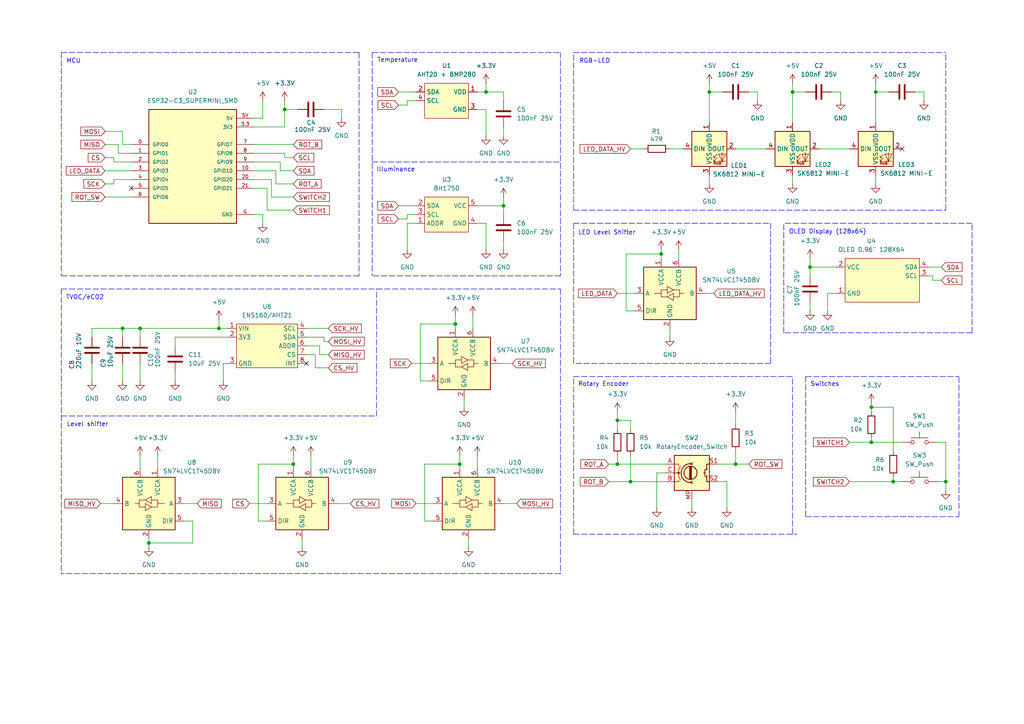
<source format=kicad_sch>
(kicad_sch (version 20250114) (generator "eeschema") (generator_version "9.0")
  (paper "A4")
  (title_block (title "ObsidianHub") (date "2025-10-24") (rev "1.0.0") (company "Marc Schöndorf"))
  (lib_symbols
    (symbol "CustomLib:BH1750"
      (property "Reference" "U" (at 0.508 11.176 0))
      (property "Value" "BH1750" (at 0 0 0))
      (symbol "BH1750_1_1"
        (pin bidirectional line (at -2.54 7.62 0) (length 2.54) (name "SDA") (number "2"))
        (pin input line (at -2.54 5.08 0) (length 2.54) (name "SCL") (number "3"))
        (pin input line (at -2.54 2.54 0) (length 2.54) (name "ADDR") (number "1"))
        (pin power_in line (at 15.24 7.62 180) (length 2.54) (name "VCC") (number "5"))
        (pin power_out line (at 15.24 2.54 180) (length 2.54) (name "GND") (number "4"))
      )
    )
    (symbol "CustomLib:ENS160/AHT21_Module"
      (property "Reference" "U" (at -8.382 7.366 0))
      (property "Value" "ENS160/AHT21_Module" (at 0 0 0))
      (symbol "ENS160/AHT21_Module_1_1"
        (pin power_in line (at -11.43 5.08 0) (length 2.54) (name "VIN") (number "1"))
        (pin power_out line (at -11.43 2.54 0) (length 2.54) (name "3V3") (number "2"))
        (pin power_in line (at -11.43 -5.08 0) (length 2.54) (name "GND") (number "3"))
        (pin input line (at 11.43 5.08 180) (length 2.54) (name "SCL") (number "4"))
        (pin input line (at 11.43 2.54 180) (length 2.54) (name "SDA") (number "5"))
        (pin input line (at 11.43 0 180) (length 2.54) (name "ADDR") (number "6"))
        (pin input line (at 11.43 -2.54 180) (length 2.54) (name "CS") (number "7"))
        (pin output line (at 11.43 -5.08 180) (length 2.54) (name "INT") (number "8"))
      )
    )
    (symbol "CustomLib:MODULE_AHT20_BMP280"
      (property "Reference" "U" (at 0.508 11.176 0))
      (property "Value" "AHT20 + BMP280" (at 5.08 5.08 0))
      (symbol "MODULE_AHT20_BMP280_1_1"
        (pin bidirectional line (at -2.54 7.62 0) (length 2.54) (name "SDA") (number "2"))
        (pin input line (at -2.54 5.08 0) (length 2.54) (name "SCL") (number "4"))
        (pin power_in line (at 15.24 7.62 180) (length 2.54) (name "VDD") (number "1"))
        (pin power_in line (at 15.24 2.54 180) (length 2.54) (name "GND") (number "3"))
      )
    )
    (symbol "CustomLib:OLED_0.96{dblquote}_128x64"
      (property "Reference" "U" (at 10.668 3.81 0))
      (property "Value" "OLED 0.96\" 128X64" (at 10.668 1.778 0))
      (symbol "OLED_0.96{dblquote}_128x64_1_1"
        (pin power_in line (at -2.54 -2.54 0) (length 2.54) (name "VCC") (number "2"))
        (pin power_in line (at -2.54 -10.16 0) (length 2.54) (name "GND") (number "1"))
        (pin input line (at 24.13 -2.54 180) (length 2.54) (name "SDA") (number "4"))
        (pin input line (at 24.13 -5.08 180) (length 2.54) (name "SCL") (number "3"))
      )
    )
    (symbol "CustomLib:SK6812_MINI_E_Cutout"
      (property "Reference" "LED" (at 8.636 8.89 0))
      (property "Value" "SK6812 MINI-E" (at 8.89 6.604 0))
      (symbol "SK6812_MINI_E_Cutout_0_0"
        (text "RGB" (at 2.286 -4.191 0) (effects (font (size 0.762 0.762))))
      )
      (symbol "SK6812_MINI_E_Cutout_1_1"
        (pin input line (at -7.62 0 0) (length 2.54) (name "DIN") (number "4"))
        (pin power_in line (at 0 7.62 270) (length 2.54) (name "VDD") (number "1"))
        (pin power_in line (at 0 -7.62 90) (length 2.54) (name "VSS") (number "3"))
        (pin output line (at 7.62 0 180) (length 2.54) (name "DOUT") (number "2"))
      )
    )
    (symbol "Device:C" (pin_numbers (hide yes)) (pin_names (offset 0.254))
      (property "Reference" "C" (at 0.635 2.54 0))
      (property "Value" "C" (at 0.635 -2.54 0))
      (symbol "C_1_1"
        (pin passive line (at 0 3.81 270) (length 2.794) (name "~") (number "1"))
        (pin passive line (at 0 -3.81 90) (length 2.794) (name "~") (number "2"))
      )
    )
    (symbol "Device:R" (pin_numbers (hide yes)) (pin_names (offset 0))
      (property "Reference" "R" (at 2.032 0 90))
      (property "Value" "R" (at 0 0 90))
      (symbol "R_1_1"
        (pin passive line (at 0 3.81 270) (length 1.27) (name "~") (number "1"))
        (pin passive line (at 0 -3.81 90) (length 1.27) (name "~") (number "2"))
      )
    )
    (symbol "Device:RotaryEncoder_Switch_MP" (pin_names (offset 0.254) (hide yes))
      (property "Reference" "SW" (at 0 8.89 0))
      (property "Value" "RotaryEncoder_Switch_MP" (at 0 6.35 0))
      (symbol "RotaryEncoder_Switch_MP_1_1"
        (pin passive line (at -7.62 2.54 0) (length 2.54) (name "A") (number "A"))
        (pin passive line (at -7.62 0 0) (length 2.54) (name "C") (number "C"))
        (pin passive line (at -7.62 -2.54 0) (length 2.54) (name "B") (number "B"))
        (pin passive line (at 0 -7.62 90) (length 2.54) (name "MP") (number "MP"))
        (pin passive line (at 7.62 2.54 180) (length 2.54) (name "S1") (number "S1"))
        (pin passive line (at 7.62 -2.54 180) (length 2.54) (name "S2") (number "S2"))
      )
    )
    (symbol "ESP32-C3_SUPERMINI_SMD:ESP32-C3_SUPERMINI_SMD" (pin_names (offset 1.016))
      (property "Reference" "U" (at -12.7 16.002 0))
      (property "Value" "ESP32-C3_SUPERMINI_SMD" (at -12.7 -20.32 0))
      (symbol "ESP32-C3_SUPERMINI_SMD_0_0"
        (pin bidirectional line (at -17.78 5.08 0) (length 5.08) (name "GPIO0") (number "0"))
        (pin bidirectional line (at -17.78 2.54 0) (length 5.08) (name "GPIO1") (number "1"))
        (pin bidirectional line (at -17.78 0 0) (length 5.08) (name "GPIO2") (number "2"))
        (pin bidirectional line (at -17.78 -2.54 0) (length 5.08) (name "GPIO3") (number "3"))
        (pin bidirectional line (at -17.78 -5.08 0) (length 5.08) (name "GPIO4") (number "4"))
        (pin bidirectional line (at -17.78 -7.62 0) (length 5.08) (name "GPIO5") (number "5"))
        (pin bidirectional line (at -17.78 -10.16 0) (length 5.08) (name "GPIO6") (number "6"))
        (pin power_in line (at 17.78 12.7 180) (length 5.08) (name "5V") (number "5V"))
        (pin power_in line (at 17.78 10.16 180) (length 5.08) (name "3V3") (number "3.3"))
        (pin bidirectional line (at 17.78 5.08 180) (length 5.08) (name "GPIO7") (number "7"))
        (pin bidirectional line (at 17.78 2.54 180) (length 5.08) (name "GPIO8") (number "8"))
        (pin bidirectional line (at 17.78 0 180) (length 5.08) (name "GPIO9") (number "9"))
        (pin bidirectional line (at 17.78 -2.54 180) (length 5.08) (name "GPIO10") (number "10"))
        (pin bidirectional line (at 17.78 -5.08 180) (length 5.08) (name "GPIO20") (number "20"))
        (pin bidirectional line (at 17.78 -7.62 180) (length 5.08) (name "GPIO21") (number "21"))
        (pin power_in line (at 17.78 -15.24 180) (length 5.08) (name "GND") (number "G"))
      )
    )
    (symbol "Logic_LevelTranslator:SN74LVC1T45DBV"
      (property "Reference" "U" (at -6.35 8.89 0))
      (property "Value" "SN74LVC1T45DBV" (at 3.81 8.89 0))
      (symbol "SN74LVC1T45DBV_1_1"
        (pin bidirectional line (at -10.16 0 0) (length 2.54) (name "A") (number "3"))
        (pin input line (at -10.16 -5.08 0) (length 2.54) (name "DIR") (number "5"))
        (pin power_in line (at -2.54 10.16 270) (length 2.54) (name "VCCA") (number "1"))
        (pin power_in line (at 0 -10.16 90) (length 2.54) (name "GND") (number "2"))
        (pin power_in line (at 2.54 10.16 270) (length 2.54) (name "VCCB") (number "6"))
        (pin bidirectional line (at 10.16 0 180) (length 2.54) (name "B") (number "4"))
      )
    )
    (symbol "Switch:SW_Push" (pin_numbers (hide yes)) (pin_names (offset 1.016) (hide yes))
      (property "Reference" "SW" (at 1.27 2.54 0))
      (property "Value" "SW_Push" (at 0 -1.524 0))
      (symbol "SW_Push_0_1"
        (pin passive line (at -5.08 0 0) (length 2.54) (name "1") (number "1"))
        (pin passive line (at 5.08 0 180) (length 2.54) (name "2") (number "2"))
      )
    )
    (symbol "power:+3.3V" (power) (pin_numbers (hide yes)) (pin_names (offset 0) (hide yes))
      (property "Value" "+3.3V" (at 0 3.556 0))
      (symbol "+3.3V_1_1"
        (pin power_in line (at 0 0 90) (length 0) (name "~") (number "1"))
      )
    )
    (symbol "power:+5V" (power) (pin_numbers (hide yes)) (pin_names (offset 0) (hide yes))
      (property "Value" "+5V" (at 0 3.556 0))
      (symbol "+5V_1_1"
        (pin power_in line (at 0 0 90) (length 0) (name "~") (number "1"))
      )
    )
    (symbol "power:GND" (power) (pin_numbers (hide yes)) (pin_names (offset 0) (hide yes))
      (property "Value" "GND" (at 0 -3.81 0))
      (symbol "GND_1_1"
        (pin power_in line (at 0 0 270) (length 0) (name "~") (number "1"))
      )
    )
  )
  (text "RGB-LED" (at 172.466 17.78 0) (effects (font (size 1.27 1.27))))
  (text "Temperature" (at 115.316 17.526 0) (effects (font (size 1.27 1.27))))
  (text "Illuminance" (at 114.808 49.276 0) (effects (font (size 1.27 1.27))))
  (text "TVOC/eCO2" (at 24.638 86.36 0) (effects (font (size 1.27 1.27))))
  (text "Rotary Encoder" (at 175.006 111.506 0) (effects (font (size 1.27 1.27))))
  (text "MCU" (at 21.336 17.78 0) (effects (font (size 1.27 1.27))))
  (text "Switches" (at 239.268 111.506 0) (effects (font (size 1.27 1.27))))
  (text "Level shifter" (at 25.4 123.19 0) (effects (font (size 1.27 1.27))))
  (text "LED Level Shifter" (at 176.022 67.564 0) (effects (font (size 1.27 1.27))))
  (text "OLED Display (128x64)" (at 240.03 67.31 0) (effects (font (size 1.27 1.27))))
  (junction (at 254 26.67))
  (junction (at 179.07 121.92))
  (junction (at 252.73 128.27))
  (junction (at 63.5 95.25))
  (junction (at 35.56 95.25))
  (junction (at 234.95 77.47))
  (junction (at 213.36 134.62))
  (junction (at 132.08 93.98))
  (junction (at 140.97 26.67))
  (junction (at 274.32 139.7))
  (junction (at 259.08 139.7))
  (junction (at 85.09 134.62))
  (junction (at 191.77 73.66))
  (junction (at 146.05 59.69))
  (junction (at 252.73 118.11))
  (junction (at 229.87 26.67))
  (junction (at 43.18 157.48))
  (junction (at 205.74 26.67))
  (junction (at 82.55 31.75))
  (junction (at 179.07 134.62))
  (junction (at 40.64 95.25))
  (junction (at 182.88 139.7))
  (junction (at 133.35 134.62))
  (no_connect (at 38.1 54.61))
  (no_connect (at 88.9 105.41))
  (no_connect (at 261.62 43.18))
  (wire (pts (xy 269.24 80.01) (xy 270.51 80.01)))
  (wire (pts (xy 252.73 118.11) (xy 252.73 119.38)))
  (wire (pts (xy 88.9 100.33) (xy 92.71 100.33)))
  (wire (pts (xy 33.02 46.99) (xy 38.1 46.99)))
  (wire (pts (xy 234.95 74.93) (xy 234.95 77.47)))
  (wire (pts (xy 99.06 31.75) (xy 99.06 34.29)))
  (wire (pts (xy 30.48 45.72) (xy 33.02 45.72)))
  (polyline (pts (xy 166.37 154.94) (xy 166.37 109.22)) (stroke (width 0) (type dash)))
  (wire (pts (xy 40.64 132.08) (xy 40.64 135.89)))
  (wire (pts (xy 242.57 77.47) (xy 234.95 77.47)))
  (wire (pts (xy 77.47 146.05) (xy 72.39 146.05)))
  (polyline (pts (xy 162.56 80.01) (xy 107.95 80.01)) (stroke (width 0) (type dash)))
  (polyline (pts (xy 281.94 96.52) (xy 281.94 64.77)) (stroke (width 0) (type dash)))
  (wire (pts (xy 78.74 52.07) (xy 78.74 57.15)))
  (wire (pts (xy 274.32 128.27) (xy 274.32 139.7)))
  (wire (pts (xy 30.48 38.1) (xy 35.56 38.1)))
  (polyline (pts (xy 17.78 83.82) (xy 162.56 83.82)) (stroke (width 0) (type dash)))
  (wire (pts (xy 34.29 41.91) (xy 34.29 44.45)))
  (wire (pts (xy 270.51 80.01) (xy 270.51 81.28)))
  (wire (pts (xy 194.31 95.25) (xy 194.31 97.79)))
  (polyline (pts (xy 166.37 60.96) (xy 166.37 15.24)) (stroke (width 0) (type dash)))
  (wire (pts (xy 267.97 26.67) (xy 267.97 29.21)))
  (wire (pts (xy 33.02 45.72) (xy 33.02 46.99)))
  (wire (pts (xy 191.77 72.39) (xy 191.77 73.66)))
  (polyline (pts (xy 162.56 166.37) (xy 17.78 166.37)) (stroke (width 0) (type dash)))
  (wire (pts (xy 88.9 97.79) (xy 93.98 97.79)))
  (wire (pts (xy 33.02 52.07) (xy 38.1 52.07)))
  (wire (pts (xy 40.64 95.25) (xy 35.56 95.25)))
  (wire (pts (xy 132.08 93.98) (xy 132.08 95.25)))
  (wire (pts (xy 118.11 29.21) (xy 118.11 30.48)))
  (wire (pts (xy 35.56 105.41) (xy 35.56 110.49)))
  (polyline (pts (xy 281.94 96.52) (xy 227.33 96.52)) (stroke (width 0) (type dash)))
  (polyline (pts (xy 227.33 96.52) (xy 227.33 64.77)) (stroke (width 0) (type dash)))
  (wire (pts (xy 182.88 43.18) (xy 186.69 43.18)))
  (wire (pts (xy 124.46 105.41) (xy 119.38 105.41)))
  (wire (pts (xy 30.48 41.91) (xy 34.29 41.91)))
  (polyline (pts (xy 109.22 120.65) (xy 109.22 83.82)) (stroke (width 0) (type dash)))
  (wire (pts (xy 123.19 151.13) (xy 123.19 134.62)))
  (wire (pts (xy 66.04 105.41) (xy 64.77 105.41)))
  (polyline (pts (xy 162.56 83.82) (xy 162.56 166.37)) (stroke (width 0) (type dash)))
  (wire (pts (xy 78.74 57.15) (xy 85.09 57.15)))
  (polyline (pts (xy 17.78 15.24) (xy 104.14 15.24)) (stroke (width 0) (type dash)))
  (wire (pts (xy 146.05 26.67) (xy 140.97 26.67)))
  (wire (pts (xy 73.66 44.45) (xy 82.55 44.45)))
  (wire (pts (xy 259.08 118.11) (xy 259.08 130.81)))
  (wire (pts (xy 138.43 64.77) (xy 140.97 64.77)))
  (polyline (pts (xy 229.87 154.94) (xy 229.87 109.22)) (stroke (width 0) (type dash)))
  (wire (pts (xy 179.07 85.09) (xy 184.15 85.09)))
  (wire (pts (xy 241.3 26.67) (xy 243.84 26.67)))
  (wire (pts (xy 210.82 139.7) (xy 210.82 147.32)))
  (polyline (pts (xy 104.14 15.24) (xy 104.14 80.01)) (stroke (width 0) (type dash)))
  (wire (pts (xy 125.73 146.05) (xy 120.65 146.05)))
  (polyline (pts (xy 107.95 15.24) (xy 107.95 80.01)) (stroke (width 0) (type dash)))
  (wire (pts (xy 191.77 73.66) (xy 191.77 74.93)))
  (wire (pts (xy 243.84 26.67) (xy 243.84 29.21)))
  (polyline (pts (xy 166.37 109.22) (xy 229.87 109.22)) (stroke (width 0) (type dash)))
  (wire (pts (xy 274.32 139.7) (xy 274.32 142.24)))
  (wire (pts (xy 55.88 157.48) (xy 43.18 157.48)))
  (polyline (pts (xy 166.37 64.77) (xy 166.37 105.41)) (stroke (width 0) (type dash)))
  (wire (pts (xy 271.78 128.27) (xy 274.32 128.27)))
  (wire (pts (xy 73.66 46.99) (xy 81.28 46.99)))
  (wire (pts (xy 259.08 139.7) (xy 261.62 139.7)))
  (wire (pts (xy 50.8 107.95) (xy 50.8 110.49)))
  (wire (pts (xy 120.65 29.21) (xy 118.11 29.21)))
  (wire (pts (xy 85.09 132.08) (xy 85.09 134.62)))
  (wire (pts (xy 82.55 29.21) (xy 82.55 31.75)))
  (wire (pts (xy 29.21 146.05) (xy 33.02 146.05)))
  (wire (pts (xy 101.6 146.05) (xy 97.79 146.05)))
  (wire (pts (xy 73.66 34.29) (xy 76.2 34.29)))
  (wire (pts (xy 91.44 102.87) (xy 91.44 106.68)))
  (wire (pts (xy 179.07 132.08) (xy 179.07 134.62)))
  (wire (pts (xy 179.07 134.62) (xy 193.04 134.62)))
  (wire (pts (xy 118.11 64.77) (xy 120.65 64.77)))
  (wire (pts (xy 135.89 156.21) (xy 135.89 158.75)))
  (wire (pts (xy 182.88 121.92) (xy 179.07 121.92)))
  (wire (pts (xy 184.15 90.17) (xy 181.61 90.17)))
  (polyline (pts (xy 17.78 120.65) (xy 109.22 120.65)) (stroke (width 0) (type dash)))
  (wire (pts (xy 35.56 41.91) (xy 38.1 41.91)))
  (wire (pts (xy 252.73 118.11) (xy 259.08 118.11)))
  (wire (pts (xy 208.28 139.7) (xy 210.82 139.7)))
  (wire (pts (xy 140.97 24.13) (xy 140.97 26.67)))
  (wire (pts (xy 252.73 116.84) (xy 252.73 118.11)))
  (wire (pts (xy 121.92 110.49) (xy 121.92 93.98)))
  (wire (pts (xy 179.07 121.92) (xy 179.07 124.46)))
  (wire (pts (xy 66.04 95.25) (xy 63.5 95.25)))
  (wire (pts (xy 254 24.13) (xy 254 26.67)))
  (wire (pts (xy 146.05 69.85) (xy 146.05 72.39)))
  (wire (pts (xy 146.05 36.83) (xy 146.05 39.37)))
  (wire (pts (xy 120.65 62.23) (xy 118.11 62.23)))
  (wire (pts (xy 92.71 100.33) (xy 92.71 102.87)))
  (wire (pts (xy 87.63 156.21) (xy 87.63 158.75)))
  (wire (pts (xy 43.18 156.21) (xy 43.18 157.48)))
  (wire (pts (xy 76.2 62.23) (xy 76.2 64.77)))
  (wire (pts (xy 30.48 49.53) (xy 38.1 49.53)))
  (polyline (pts (xy 166.37 154.94) (xy 231.14 154.94)) (stroke (width 0) (type dash)))
  (wire (pts (xy 118.11 72.39) (xy 118.11 64.77)))
  (wire (pts (xy 53.34 151.13) (xy 55.88 151.13)))
  (polyline (pts (xy 233.68 109.22) (xy 278.13 109.22)) (stroke (width 0) (type dash)))
  (wire (pts (xy 40.64 105.41) (xy 40.64 110.49)))
  (wire (pts (xy 176.53 139.7) (xy 182.88 139.7)))
  (wire (pts (xy 93.98 99.06) (xy 95.25 99.06)))
  (wire (pts (xy 137.16 91.44) (xy 137.16 95.25)))
  (polyline (pts (xy 17.78 15.24) (xy 17.78 80.01)) (stroke (width 0) (type dash)))
  (wire (pts (xy 138.43 132.08) (xy 138.43 135.89)))
  (wire (pts (xy 74.93 134.62) (xy 85.09 134.62)))
  (wire (pts (xy 118.11 62.23) (xy 118.11 63.5)))
  (polyline (pts (xy 281.94 64.77) (xy 227.33 64.77)) (stroke (width 0) (type dash)))
  (wire (pts (xy 213.36 119.38) (xy 213.36 123.19)))
  (polyline (pts (xy 274.32 60.96) (xy 274.32 15.24)) (stroke (width 0) (type dash)))
  (wire (pts (xy 80.01 53.34) (xy 85.09 53.34)))
  (wire (pts (xy 140.97 31.75) (xy 140.97 39.37)))
  (wire (pts (xy 182.88 139.7) (xy 193.04 139.7)))
  (wire (pts (xy 26.67 97.79) (xy 26.67 95.25)))
  (wire (pts (xy 217.17 26.67) (xy 219.71 26.67)))
  (wire (pts (xy 229.87 26.67) (xy 229.87 35.56)))
  (wire (pts (xy 254 26.67) (xy 254 35.56)))
  (wire (pts (xy 270.51 81.28) (xy 273.05 81.28)))
  (wire (pts (xy 45.72 132.08) (xy 45.72 135.89)))
  (wire (pts (xy 26.67 105.41) (xy 26.67 110.49)))
  (wire (pts (xy 148.59 105.41) (xy 144.78 105.41)))
  (wire (pts (xy 219.71 26.67) (xy 219.71 29.21)))
  (wire (pts (xy 93.98 97.79) (xy 93.98 99.06)))
  (wire (pts (xy 73.66 54.61) (xy 77.47 54.61)))
  (wire (pts (xy 64.77 105.41) (xy 64.77 110.49)))
  (polyline (pts (xy 166.37 64.77) (xy 223.52 64.77)) (stroke (width 0) (type dash)))
  (wire (pts (xy 81.28 49.53) (xy 85.09 49.53)))
  (wire (pts (xy 269.24 77.47) (xy 273.05 77.47)))
  (wire (pts (xy 182.88 124.46) (xy 182.88 121.92)))
  (wire (pts (xy 146.05 29.21) (xy 146.05 26.67)))
  (polyline (pts (xy 17.78 83.82) (xy 17.78 166.37)) (stroke (width 0) (type dash)))
  (wire (pts (xy 92.71 102.87) (xy 95.25 102.87)))
  (wire (pts (xy 82.55 31.75) (xy 82.55 36.83)))
  (wire (pts (xy 121.92 93.98) (xy 132.08 93.98)))
  (wire (pts (xy 196.85 72.39) (xy 196.85 74.93)))
  (wire (pts (xy 213.36 43.18) (xy 222.25 43.18)))
  (wire (pts (xy 74.93 151.13) (xy 74.93 134.62)))
  (polyline (pts (xy 166.37 60.96) (xy 274.32 60.96)) (stroke (width 0) (type dash)))
  (wire (pts (xy 205.74 24.13) (xy 205.74 26.67)))
  (wire (pts (xy 73.66 52.07) (xy 78.74 52.07)))
  (wire (pts (xy 271.78 139.7) (xy 274.32 139.7)))
  (wire (pts (xy 73.66 62.23) (xy 76.2 62.23)))
  (wire (pts (xy 50.8 97.79) (xy 50.8 100.33)))
  (polyline (pts (xy 107.95 15.24) (xy 162.56 15.24)) (stroke (width 0) (type dash)))
  (wire (pts (xy 252.73 127) (xy 252.73 128.27)))
  (wire (pts (xy 213.36 134.62) (xy 217.17 134.62)))
  (wire (pts (xy 213.36 130.81) (xy 213.36 134.62)))
  (wire (pts (xy 194.31 43.18) (xy 198.12 43.18)))
  (wire (pts (xy 176.53 134.62) (xy 179.07 134.62)))
  (wire (pts (xy 240.03 85.09) (xy 240.03 90.17)))
  (wire (pts (xy 200.66 144.78) (xy 200.66 147.32)))
  (wire (pts (xy 146.05 62.23) (xy 146.05 59.69)))
  (polyline (pts (xy 233.68 149.86) (xy 278.13 149.86)) (stroke (width 0) (type dash)))
  (wire (pts (xy 115.57 63.5) (xy 118.11 63.5)))
  (wire (pts (xy 115.57 59.69) (xy 120.65 59.69)))
  (wire (pts (xy 76.2 29.21) (xy 76.2 34.29)))
  (wire (pts (xy 229.87 24.13) (xy 229.87 26.67)))
  (wire (pts (xy 138.43 59.69) (xy 146.05 59.69)))
  (wire (pts (xy 242.57 85.09) (xy 240.03 85.09)))
  (wire (pts (xy 88.9 95.25) (xy 95.25 95.25)))
  (wire (pts (xy 181.61 73.66) (xy 191.77 73.66)))
  (wire (pts (xy 82.55 44.45) (xy 82.55 45.72)))
  (wire (pts (xy 93.98 31.75) (xy 99.06 31.75)))
  (wire (pts (xy 133.35 132.08) (xy 133.35 134.62)))
  (wire (pts (xy 55.88 151.13) (xy 55.88 157.48)))
  (wire (pts (xy 246.38 128.27) (xy 252.73 128.27)))
  (polyline (pts (xy 107.95 46.99) (xy 162.56 46.99)) (stroke (width 0) (type dash)))
  (wire (pts (xy 125.73 151.13) (xy 123.19 151.13)))
  (wire (pts (xy 88.9 102.87) (xy 91.44 102.87)))
  (wire (pts (xy 91.44 106.68) (xy 95.25 106.68)))
  (wire (pts (xy 259.08 138.43) (xy 259.08 139.7)))
  (wire (pts (xy 252.73 128.27) (xy 261.62 128.27)))
  (polyline (pts (xy 278.13 149.86) (xy 278.13 109.22)) (stroke (width 0) (type dash)))
  (wire (pts (xy 182.88 132.08) (xy 182.88 139.7)))
  (wire (pts (xy 90.17 132.08) (xy 90.17 135.89)))
  (wire (pts (xy 229.87 50.8) (xy 229.87 53.34)))
  (wire (pts (xy 35.56 95.25) (xy 35.56 97.79)))
  (wire (pts (xy 208.28 134.62) (xy 213.36 134.62)))
  (wire (pts (xy 146.05 59.69) (xy 146.05 57.15)))
  (wire (pts (xy 123.19 134.62) (xy 133.35 134.62)))
  (wire (pts (xy 190.5 137.16) (xy 190.5 147.32)))
  (polyline (pts (xy 162.56 15.24) (xy 162.56 80.01)) (stroke (width 0) (type dash)))
  (wire (pts (xy 134.62 115.57) (xy 134.62 118.11)))
  (wire (pts (xy 30.48 53.34) (xy 33.02 53.34)))
  (wire (pts (xy 53.34 146.05) (xy 57.15 146.05)))
  (wire (pts (xy 63.5 92.71) (xy 63.5 95.25)))
  (wire (pts (xy 115.57 26.67) (xy 120.65 26.67)))
  (wire (pts (xy 133.35 134.62) (xy 133.35 135.89)))
  (wire (pts (xy 43.18 157.48) (xy 43.18 158.75)))
  (polyline (pts (xy 223.52 105.41) (xy 166.37 105.41)) (stroke (width 0) (type dash)))
  (wire (pts (xy 73.66 36.83) (xy 82.55 36.83)))
  (wire (pts (xy 80.01 49.53) (xy 80.01 53.34)))
  (wire (pts (xy 205.74 26.67) (xy 205.74 35.56)))
  (wire (pts (xy 234.95 77.47) (xy 234.95 80.01)))
  (polyline (pts (xy 223.52 64.77) (xy 223.52 105.41)) (stroke (width 0) (type dash)))
  (wire (pts (xy 73.66 41.91) (xy 85.09 41.91)))
  (wire (pts (xy 26.67 95.25) (xy 35.56 95.25)))
  (wire (pts (xy 254 50.8) (xy 254 53.34)))
  (wire (pts (xy 179.07 119.38) (xy 179.07 121.92)))
  (wire (pts (xy 140.97 64.77) (xy 140.97 72.39)))
  (polyline (pts (xy 233.68 109.22) (xy 233.68 149.86)) (stroke (width 0) (type dash)))
  (wire (pts (xy 66.04 97.79) (xy 50.8 97.79)))
  (wire (pts (xy 35.56 38.1) (xy 35.56 41.91)))
  (wire (pts (xy 63.5 95.25) (xy 40.64 95.25)))
  (wire (pts (xy 204.47 85.09) (xy 207.01 85.09)))
  (wire (pts (xy 149.86 146.05) (xy 146.05 146.05)))
  (polyline (pts (xy 104.14 80.01) (xy 17.78 80.01)) (stroke (width 0) (type dash)))
  (wire (pts (xy 181.61 90.17) (xy 181.61 73.66)))
  (wire (pts (xy 34.29 44.45) (xy 38.1 44.45)))
  (wire (pts (xy 33.02 53.34) (xy 33.02 52.07)))
  (wire (pts (xy 205.74 50.8) (xy 205.74 53.34)))
  (wire (pts (xy 138.43 31.75) (xy 140.97 31.75)))
  (wire (pts (xy 246.38 139.7) (xy 259.08 139.7)))
  (wire (pts (xy 209.55 26.67) (xy 205.74 26.67)))
  (wire (pts (xy 237.49 43.18) (xy 246.38 43.18)))
  (wire (pts (xy 265.43 26.67) (xy 267.97 26.67)))
  (wire (pts (xy 30.48 57.15) (xy 38.1 57.15)))
  (wire (pts (xy 234.95 87.63) (xy 234.95 90.17)))
  (wire (pts (xy 81.28 46.99) (xy 81.28 49.53)))
  (wire (pts (xy 82.55 31.75) (xy 86.36 31.75)))
  (polyline (pts (xy 166.37 15.24) (xy 274.32 15.24)) (stroke (width 0) (type dash)))
  (wire (pts (xy 257.81 26.67) (xy 254 26.67)))
  (wire (pts (xy 233.68 26.67) (xy 229.87 26.67)))
  (wire (pts (xy 82.55 45.72) (xy 85.09 45.72)))
  (wire (pts (xy 40.64 95.25) (xy 40.64 97.79)))
  (wire (pts (xy 77.47 54.61) (xy 77.47 60.96)))
  (wire (pts (xy 132.08 91.44) (xy 132.08 93.98)))
  (wire (pts (xy 193.04 137.16) (xy 190.5 137.16)))
  (wire (pts (xy 73.66 49.53) (xy 80.01 49.53)))
  (wire (pts (xy 77.47 60.96) (xy 85.09 60.96)))
  (wire (pts (xy 85.09 134.62) (xy 85.09 135.89)))
  (wire (pts (xy 124.46 110.49) (xy 121.92 110.49)))
  (wire (pts (xy 138.43 26.67) (xy 140.97 26.67)))
  (wire (pts (xy 77.47 151.13) (xy 74.93 151.13)))
  (wire (pts (xy 115.57 30.48) (xy 118.11 30.48)))
  (global_label "ROT_SW" (shape input) (at 30.48 57.15 180) (property "Intersheetrefs" "${INTERSHEET_REFS}" (effects (hide yes))))
  (global_label "SDA" (shape input) (at 273.05 77.47 0) (property "Intersheetrefs" "${INTERSHEET_REFS}" (effects (hide yes))))
  (global_label "SCK" (shape input) (at 119.38 105.41 180) (property "Intersheetrefs" "${INTERSHEET_REFS}" (effects (hide yes))))
  (global_label "SWITCH2" (shape input) (at 85.09 57.15 0) (property "Intersheetrefs" "${INTERSHEET_REFS}" (effects (hide yes))))
  (global_label "CS_HV" (shape input) (at 95.25 106.68 0) (property "Intersheetrefs" "${INTERSHEET_REFS}" (effects (hide yes))))
  (global_label "MISO_HV" (shape input) (at 29.21 146.05 180) (property "Intersheetrefs" "${INTERSHEET_REFS}" (effects (hide yes))))
  (global_label "ROT_SW" (shape input) (at 217.17 134.62 0) (property "Intersheetrefs" "${INTERSHEET_REFS}" (effects (hide yes))))
  (global_label "SDA" (shape input) (at 115.57 59.69 180) (property "Intersheetrefs" "${INTERSHEET_REFS}" (effects (hide yes))))
  (global_label "CS" (shape input) (at 72.39 146.05 180) (property "Intersheetrefs" "${INTERSHEET_REFS}" (effects (hide yes))))
  (global_label "SCL" (shape input) (at 85.09 45.72 0) (property "Intersheetrefs" "${INTERSHEET_REFS}" (effects (hide yes))))
  (global_label "SDA" (shape input) (at 115.57 26.67 180) (property "Intersheetrefs" "${INTERSHEET_REFS}" (effects (hide yes))))
  (global_label "SDA" (shape input) (at 85.09 49.53 0) (property "Intersheetrefs" "${INTERSHEET_REFS}" (effects (hide yes))))
  (global_label "SCK_HV" (shape input) (at 148.59 105.41 0) (property "Intersheetrefs" "${INTERSHEET_REFS}" (effects (hide yes))))
  (global_label "LED_DATA_HV" (shape input) (at 182.88 43.18 180) (property "Intersheetrefs" "${INTERSHEET_REFS}" (effects (hide yes))))
  (global_label "MOSI_HV" (shape input) (at 95.25 99.06 0) (property "Intersheetrefs" "${INTERSHEET_REFS}" (effects (hide yes))))
  (global_label "MISO" (shape input) (at 30.48 41.91 180) (property "Intersheetrefs" "${INTERSHEET_REFS}" (effects (hide yes))))
  (global_label "MOSI" (shape input) (at 120.65 146.05 180) (property "Intersheetrefs" "${INTERSHEET_REFS}" (effects (hide yes))))
  (global_label "CS" (shape input) (at 30.48 45.72 180) (property "Intersheetrefs" "${INTERSHEET_REFS}" (effects (hide yes))))
  (global_label "SCL" (shape input) (at 273.05 81.28 0) (property "Intersheetrefs" "${INTERSHEET_REFS}" (effects (hide yes))))
  (global_label "MOSI_HV" (shape input) (at 149.86 146.05 0) (property "Intersheetrefs" "${INTERSHEET_REFS}" (effects (hide yes))))
  (global_label "SCL" (shape input) (at 115.57 30.48 180) (property "Intersheetrefs" "${INTERSHEET_REFS}" (effects (hide yes))))
  (global_label "ROT_A" (shape input) (at 85.09 53.34 0) (property "Intersheetrefs" "${INTERSHEET_REFS}" (effects (hide yes))))
  (global_label "LED_DATA" (shape input) (at 30.48 49.53 180) (property "Intersheetrefs" "${INTERSHEET_REFS}" (effects (hide yes))))
  (global_label "ROT_B" (shape input) (at 85.09 41.91 0) (property "Intersheetrefs" "${INTERSHEET_REFS}" (effects (hide yes))))
  (global_label "MISO" (shape input) (at 57.15 146.05 0) (property "Intersheetrefs" "${INTERSHEET_REFS}" (effects (hide yes))))
  (global_label "LED_DATA" (shape input) (at 179.07 85.09 180) (property "Intersheetrefs" "${INTERSHEET_REFS}" (effects (hide yes))))
  (global_label "SCK_HV" (shape input) (at 95.25 95.25 0) (property "Intersheetrefs" "${INTERSHEET_REFS}" (effects (hide yes))))
  (global_label "ROT_A" (shape input) (at 176.53 134.62 180) (property "Intersheetrefs" "${INTERSHEET_REFS}" (effects (hide yes))))
  (global_label "SWITCH2" (shape input) (at 246.38 139.7 180) (property "Intersheetrefs" "${INTERSHEET_REFS}" (effects (hide yes))))
  (global_label "ROT_B" (shape input) (at 176.53 139.7 180) (property "Intersheetrefs" "${INTERSHEET_REFS}" (effects (hide yes))))
  (global_label "SCL" (shape input) (at 115.57 63.5 180) (property "Intersheetrefs" "${INTERSHEET_REFS}" (effects (hide yes))))
  (global_label "SWITCH1" (shape input) (at 85.09 60.96 0) (property "Intersheetrefs" "${INTERSHEET_REFS}" (effects (hide yes))))
  (global_label "SCK" (shape input) (at 30.48 53.34 180) (property "Intersheetrefs" "${INTERSHEET_REFS}" (effects (hide yes))))
  (global_label "SWITCH1" (shape input) (at 246.38 128.27 180) (property "Intersheetrefs" "${INTERSHEET_REFS}" (effects (hide yes))))
  (global_label "MISO_HV" (shape input) (at 95.25 102.87 0) (property "Intersheetrefs" "${INTERSHEET_REFS}" (effects (hide yes))))
  (global_label "MOSI" (shape input) (at 30.48 38.1 180) (property "Intersheetrefs" "${INTERSHEET_REFS}" (effects (hide yes))))
  (global_label "CS_HV" (shape input) (at 101.6 146.05 0) (property "Intersheetrefs" "${INTERSHEET_REFS}" (effects (hide yes))))
  (global_label "LED_DATA_HV" (shape input) (at 207.01 85.09 0) (property "Intersheetrefs" "${INTERSHEET_REFS}" (effects (hide yes))))
  (symbol (lib_id "power:+3.3V") (at 45.72 132.08 0) (unit 1)
    (property "Reference" "#PWR040" (effects (hide yes)))
    (property "Value" "+3.3V" (at 45.72 127 0))
    (property "Description" "Power symbol creates a global label with name \"+3.3V\"" (effects (hide yes)))
  )
  (symbol (lib_id "power:GND") (at 35.56 110.49 0) (unit 1)
    (property "Reference" "#PWR031" (effects (hide yes)))
    (property "Value" "GND" (at 35.56 115.57 0))
    (property "Description" "Power symbol creates a global label with name \"GND\" , ground" (effects (hide yes)))
  )
  (symbol (lib_id "power:+3.3V") (at 229.87 24.13 0) (unit 1)
    (property "Reference" "#PWR03" (effects (hide yes)))
    (property "Value" "+5V" (at 229.87 19.05 0))
    (property "Description" "Power symbol creates a global label with name \"+3.3V\"" (effects (hide yes)))
  )
  (symbol (lib_id "power:GND") (at 76.2 64.77 0) (unit 1)
    (property "Reference" "#PWR017" (effects (hide yes)))
    (property "Value" "GND" (at 76.2 69.85 0))
    (property "Description" "Power symbol creates a global label with name \"GND\" , ground" (effects (hide yes)))
  )
  (symbol (lib_id "power:+3.3V") (at 140.97 24.13 0) (unit 1)
    (property "Reference" "#PWR01" (effects (hide yes)))
    (property "Value" "+3.3V" (at 140.97 19.05 0))
    (property "Description" "Power symbol creates a global label with name \"+3.3V\"" (effects (hide yes)))
  )
  (symbol (lib_id "power:+3.3V") (at 252.73 116.84 0) (unit 1)
    (property "Reference" "#PWR035" (effects (hide yes)))
    (property "Value" "+3.3V" (at 252.73 111.76 0))
    (property "Description" "Power symbol creates a global label with name \"+3.3V\"" (effects (hide yes)))
  )
  (symbol (lib_id "power:GND") (at 240.03 90.17 0) (unit 1)
    (property "Reference" "#PWR025" (effects (hide yes)))
    (property "Value" "GND" (at 240.03 95.25 0))
    (property "Description" "Power symbol creates a global label with name \"GND\" , ground" (effects (hide yes)))
  )
  (symbol (lib_id "Device:RotaryEncoder_Switch_MP") (at 200.66 137.16 0) (unit 1)
    (property "Reference" "SW2" (at 200.66 127 0))
    (property "Value" "RotaryEncoder_Switch" (at 200.66 129.54 0))
    (property "Footprint" "Rotary_Encoder:RotaryEncoder_Alps_EC11E-Switch_Vertical_H20mm" (effects (hide yes)))
    (property "Description" "Rotary encoder, dual channel, incremental quadrate outputs, with switch and MP Pin" (effects (hide yes)))
  )
  (symbol (lib_id "Device:R") (at 179.07 128.27 0) (mirror y) (unit 1)
    (property "Reference" "R4" (at 176.53 126.9999 0) (effects (justify left)))
    (property "Value" "10k" (at 176.53 129.5399 0) (effects (justify left)))
    (property "Footprint" "Resistor_SMD:R_1206_3216Metric_Pad1.30x1.75mm_HandSolder" (effects (hide yes)))
    (property "Description" "Resistor" (effects (hide yes)))
  )
  (symbol (lib_id "power:GND") (at 243.84 29.21 0) (unit 1)
    (property "Reference" "#PWR08" (effects (hide yes)))
    (property "Value" "GND" (at 243.84 34.29 0))
    (property "Description" "Power symbol creates a global label with name \"GND\" , ground" (effects (hide yes)))
  )
  (symbol (lib_id "power:+5V") (at 90.17 132.08 0) (mirror y) (unit 1)
    (property "Reference" "#PWR042" (effects (hide yes)))
    (property "Value" "+5V" (at 90.17 127 0))
    (property "Description" "Power symbol creates a global label with name \"+5V\"" (effects (hide yes)))
  )
  (symbol (lib_id "power:GND") (at 274.32 142.24 0) (unit 1)
    (property "Reference" "#PWR045" (effects (hide yes)))
    (property "Value" "GND" (at 274.32 147.32 0))
    (property "Description" "Power symbol creates a global label with name \"GND\" , ground" (effects (hide yes)))
  )
  (symbol (lib_id "power:GND") (at 140.97 39.37 0) (unit 1)
    (property "Reference" "#PWR011" (effects (hide yes)))
    (property "Value" "GND" (at 140.97 44.45 0))
    (property "Description" "Power symbol creates a global label with name \"GND\" , ground" (effects (hide yes)))
  )
  (symbol (lib_id "CustomLib:OLED_0.96{dblquote}_128x64") (at 245.11 74.93 0) (unit 1)
    (property "Reference" "U4" (at 252.73 69.85 0))
    (property "Value" "OLED 0.96\" 128X64" (at 252.73 72.39 0))
    (property "Footprint" "CustomLib:OLED 0.96 128x64" (effects (hide yes)))
  )
  (symbol (lib_id "Device:C") (at 146.05 66.04 0) (unit 1)
    (property "Reference" "C6" (at 149.86 64.7699 0) (effects (justify left)))
    (property "Value" "100nF 25V" (at 149.86 67.3099 0) (effects (justify left)))
    (property "Footprint" "Capacitor_SMD:C_1206_3216Metric_Pad1.33x1.80mm_HandSolder" (effects (hide yes)))
    (property "Description" "Unpolarized capacitor" (effects (hide yes)))
  )
  (symbol (lib_id "CustomLib:SK6812_MINI_E_Cutout") (at 205.74 43.18 0) (unit 1)
    (property "Reference" "LED1" (at 214.376 48.006 0))
    (property "Value" "SK6812 MINI-E" (at 214.376 50.546 0))
    (property "Footprint" "CustomLib:LED SK6812-MINI-E Cutout" (effects (hide yes)))
  )
  (symbol (lib_id "power:+3.3V") (at 146.05 57.15 0) (unit 1)
    (property "Reference" "#PWR016" (effects (hide yes)))
    (property "Value" "+3.3V" (at 146.05 52.07 0))
    (property "Description" "Power symbol creates a global label with name \"+3.3V\"" (effects (hide yes)))
  )
  (symbol (lib_id "CustomLib:MODULE_AHT20_BMP280") (at 123.19 34.29 0) (unit 1)
    (property "Reference" "U1" (at 129.54 19.05 0))
    (property "Value" "AHT20 + BMP280" (at 129.54 21.59 0))
    (property "Footprint" "CustomLib:MODULE_AHT20_BMP280" (effects (hide yes)))
  )
  (symbol (lib_id "Device:R") (at 190.5 43.18 270) (mirror x) (unit 1)
    (property "Reference" "R1" (at 188.976 38.1 90) (effects (justify left)))
    (property "Value" "47R" (at 188.468 40.386 90) (effects (justify left)))
    (property "Footprint" "Resistor_SMD:R_1206_3216Metric_Pad1.30x1.75mm_HandSolder" (effects (hide yes)))
    (property "Description" "Resistor" (effects (hide yes)))
  )
  (symbol (lib_id "Logic_LevelTranslator:SN74LVC1T45DBV") (at 194.31 85.09 0) (unit 1)
    (property "Reference" "U5" (at 212.09 78.6698 0))
    (property "Value" "SN74LVC1T45DBV" (at 212.09 81.2098 0))
    (property "Footprint" "Package_TO_SOT_SMD:SOT-23-6" (effects (hide yes)))
    (property "Datasheet" "http://www.ti.com/lit/ds/symlink/sn74lvc1t45.pdf" (effects (hide yes)))
    (property "Description" "Single-Bit Dual-Supply Bus Transceiver With Configurable Voltage Translation and 3-State Outputs, SOT-23-6" (effects (hide yes)))
  )
  (symbol (lib_id "power:GND") (at 146.05 72.39 0) (unit 1)
    (property "Reference" "#PWR020" (effects (hide yes)))
    (property "Value" "GND" (at 146.05 77.47 0))
    (property "Description" "Power symbol creates a global label with name \"GND\" , ground" (effects (hide yes)))
  )
  (symbol (lib_id "power:+5V") (at 137.16 91.44 0) (mirror y) (unit 1)
    (property "Reference" "#PWR027" (effects (hide yes)))
    (property "Value" "+5V" (at 137.16 86.36 0))
    (property "Description" "Power symbol creates a global label with name \"+5V\"" (effects (hide yes)))
  )
  (symbol (lib_id "power:+3.3V") (at 205.74 24.13 0) (unit 1)
    (property "Reference" "#PWR02" (effects (hide yes)))
    (property "Value" "+5V" (at 205.74 19.05 0))
    (property "Description" "Power symbol creates a global label with name \"+3.3V\"" (effects (hide yes)))
  )
  (symbol (lib_id "power:GND") (at 234.95 90.17 0) (unit 1)
    (property "Reference" "#PWR024" (effects (hide yes)))
    (property "Value" "GND" (at 234.95 95.25 0))
    (property "Description" "Power symbol creates a global label with name \"GND\" , ground" (effects (hide yes)))
  )
  (symbol (lib_id "Device:R") (at 213.36 127 0) (unit 1)
    (property "Reference" "R3" (at 215.9 125.7299 0) (effects (justify left)))
    (property "Value" "10k" (at 215.9 128.2699 0) (effects (justify left)))
    (property "Footprint" "Resistor_SMD:R_1206_3216Metric_Pad1.30x1.75mm_HandSolder" (effects (hide yes)))
    (property "Description" "Resistor" (effects (hide yes)))
  )
  (symbol (lib_id "Device:C") (at 261.62 26.67 90) (unit 1)
    (property "Reference" "C3" (at 261.62 19.05 90))
    (property "Value" "100nF 25V" (at 261.62 21.59 90))
    (property "Footprint" "Capacitor_SMD:C_1206_3216Metric_Pad1.33x1.80mm_HandSolder" (effects (hide yes)))
    (property "Description" "Unpolarized capacitor" (effects (hide yes)))
  )
  (symbol (lib_id "power:GND") (at 118.11 72.39 0) (unit 1)
    (property "Reference" "#PWR018" (effects (hide yes)))
    (property "Value" "GND" (at 118.11 77.47 0))
    (property "Description" "Power symbol creates a global label with name \"GND\" , ground" (effects (hide yes)))
  )
  (symbol (lib_id "Device:C") (at 50.8 104.14 0) (unit 1)
    (property "Reference" "C11" (at 54.61 102.8699 0) (effects (justify left)))
    (property "Value" "10uF 25V" (at 54.61 105.4099 0) (effects (justify left)))
    (property "Footprint" "Capacitor_SMD:C_1206_3216Metric_Pad1.33x1.80mm_HandSolder" (effects (hide yes)))
    (property "Description" "Unpolarized capacitor" (effects (hide yes)))
  )
  (symbol (lib_id "Switch:SW_Push") (at 266.7 139.7 0) (unit 1)
    (property "Reference" "SW3" (at 266.7 132.08 0))
    (property "Value" "SW_Push" (at 266.7 134.62 0))
    (property "Footprint" "PCM_Switch_Keyboard_Cherry_MX:SW_Cherry_MX_PCB_1.00u" (effects (hide yes)))
    (property "Description" "Push button switch, generic, two pins" (effects (hide yes)))
  )
  (symbol (lib_id "power:GND") (at 194.31 97.79 0) (unit 1)
    (property "Reference" "#PWR029" (effects (hide yes)))
    (property "Value" "GND" (at 194.31 102.87 0))
    (property "Description" "Power symbol creates a global label with name \"GND\" , ground" (effects (hide yes)))
  )
  (symbol (lib_id "power:GND") (at 219.71 29.21 0) (unit 1)
    (property "Reference" "#PWR07" (effects (hide yes)))
    (property "Value" "GND" (at 219.71 34.29 0))
    (property "Description" "Power symbol creates a global label with name \"GND\" , ground" (effects (hide yes)))
  )
  (symbol (lib_id "ESP32-C3_SUPERMINI_SMD:ESP32-C3_SUPERMINI_SMD") (at 55.88 46.99 0) (unit 1)
    (property "Reference" "U2" (at 55.88 26.67 0))
    (property "Value" "ESP32-C3_SUPERMINI_SMD" (at 55.88 29.21 0))
    (property "Footprint" "ESP32_mini:MODULE_ESP32-C3_SUPERMINI" (effects (hide yes)))
    (property "MF" "Espressif Systems" (effects (hide yes)))
    (property "MAXIMUM_PACKAGE_HEIGHT" "4.2mm" (effects (hide yes)))
    (property "Package" "None" (effects (hide yes)))
    (property "Price" "None" (effects (hide yes)))
    (property "Check_prices" "https://www.snapeda.com/parts/ESP32-C3%20SuperMini_SMD/Espressif+Systems/view-part/?ref=eda" (effects (hide yes)))
    (property "STANDARD" "Manufacturer Recommendations" (effects (hide yes)))
    (property "SnapEDA_Link" "https://www.snapeda.com/parts/ESP32-C3%20SuperMini_SMD/Espressif+Systems/view-part/?ref=snap" (effects (hide yes)))
    (property "MP" "ESP32-C3 SuperMini_SMD" (effects (hide yes)))
    (property "Description_1" "\n                        \n                            Super tiny ESP32-C3 board\n                        \n" (effects (hide yes)))
    (property "Availability" "Not in stock" (effects (hide yes)))
    (property "MANUFACTURER" "Espressif" (effects (hide yes)))
  )
  (symbol (lib_id "power:+3.3V") (at 133.35 132.08 0) (mirror y) (unit 1)
    (property "Reference" "#PWR043" (effects (hide yes)))
    (property "Value" "+3.3V" (at 133.35 127 0))
    (property "Description" "Power symbol creates a global label with name \"+3.3V\"" (effects (hide yes)))
  )
  (symbol (lib_id "CustomLib:SK6812_MINI_E_Cutout") (at 254 43.18 0) (unit 1)
    (property "Reference" "LED3" (at 262.89 47.752 0))
    (property "Value" "SK6812 MINI-E" (at 262.89 50.292 0))
    (property "Footprint" "CustomLib:LED SK6812-MINI-E Cutout" (effects (hide yes)))
  )
  (symbol (lib_id "Device:C") (at 234.95 83.82 0) (mirror y) (unit 1)
    (property "Reference" "C7" (at 229.108 85.344 90) (effects (justify left)))
    (property "Value" "100nF 25V" (at 231.14 88.8999 90) (effects (justify left)))
    (property "Footprint" "Capacitor_SMD:C_1206_3216Metric_Pad1.33x1.80mm_HandSolder" (effects (hide yes)))
    (property "Description" "Unpolarized capacitor" (effects (hide yes)))
  )
  (symbol (lib_id "CustomLib:BH1750") (at 123.19 67.31 0) (unit 1)
    (property "Reference" "U3" (at 129.54 52.07 0))
    (property "Value" "BH1750" (at 129.54 54.61 0))
    (property "Footprint" "CustomLib:BH1750" (effects (hide yes)))
  )
  (symbol (lib_id "power:GND") (at 200.66 147.32 0) (unit 1)
    (property "Reference" "#PWR047" (effects (hide yes)))
    (property "Value" "GND" (at 200.66 152.4 0))
    (property "Description" "Power symbol creates a global label with name \"GND\" , ground" (effects (hide yes)))
  )
  (symbol (lib_id "power:GND") (at 140.97 72.39 0) (unit 1)
    (property "Reference" "#PWR019" (effects (hide yes)))
    (property "Value" "GND" (at 140.97 77.47 0))
    (property "Description" "Power symbol creates a global label with name \"GND\" , ground" (effects (hide yes)))
  )
  (symbol (lib_id "CustomLib:SK6812_MINI_E_Cutout") (at 229.87 43.18 0) (unit 1)
    (property "Reference" "LED2" (at 238.76 47.752 0))
    (property "Value" "SK6812 MINI-E" (at 238.76 50.292 0))
    (property "Footprint" "CustomLib:LED SK6812-MINI-E Cutout" (effects (hide yes)))
  )
  (symbol (lib_id "power:+3.3V") (at 191.77 72.39 0) (unit 1)
    (property "Reference" "#PWR021" (effects (hide yes)))
    (property "Value" "+3.3V" (at 191.77 67.31 0))
    (property "Description" "Power symbol creates a global label with name \"+3.3V\"" (effects (hide yes)))
  )
  (symbol (lib_id "Logic_LevelTranslator:SN74LVC1T45DBV") (at 135.89 146.05 0) (unit 1)
    (property "Reference" "U10" (at 149.352 134.112 0))
    (property "Value" "SN74LVC1T45DBV" (at 149.352 136.652 0))
    (property "Footprint" "Package_TO_SOT_SMD:SOT-23-6" (effects (hide yes)))
    (property "Datasheet" "http://www.ti.com/lit/ds/symlink/sn74lvc1t45.pdf" (effects (hide yes)))
    (property "Description" "Single-Bit Dual-Supply Bus Transceiver With Configurable Voltage Translation and 3-State Outputs, SOT-23-6" (effects (hide yes)))
  )
  (symbol (lib_id "power:+3.3V") (at 82.55 29.21 0) (unit 1)
    (property "Reference" "#PWR06" (effects (hide yes)))
    (property "Value" "+3.3V" (at 82.55 24.13 0))
    (property "Description" "Power symbol creates a global label with name \"+3.3V\"" (effects (hide yes)))
  )
  (symbol (lib_id "power:GND") (at 229.87 53.34 0) (unit 1)
    (property "Reference" "#PWR014" (effects (hide yes)))
    (property "Value" "GND" (at 229.87 58.42 0))
    (property "Description" "Power symbol creates a global label with name \"GND\" , ground" (effects (hide yes)))
  )
  (symbol (lib_id "Switch:SW_Push") (at 266.7 128.27 0) (unit 1)
    (property "Reference" "SW1" (at 266.7 120.65 0))
    (property "Value" "SW_Push" (at 266.7 123.19 0))
    (property "Footprint" "PCM_Switch_Keyboard_Cherry_MX:SW_Cherry_MX_PCB_1.00u" (effects (hide yes)))
    (property "Description" "Push button switch, generic, two pins" (effects (hide yes)))
  )
  (symbol (lib_id "Device:C") (at 237.49 26.67 90) (unit 1)
    (property "Reference" "C2" (at 237.49 19.05 90))
    (property "Value" "100nF 25V" (at 237.49 21.59 90))
    (property "Footprint" "Capacitor_SMD:C_1206_3216Metric_Pad1.33x1.80mm_HandSolder" (effects (hide yes)))
    (property "Description" "Unpolarized capacitor" (effects (hide yes)))
  )
  (symbol (lib_id "Logic_LevelTranslator:SN74LVC1T45DBV") (at 87.63 146.05 0) (unit 1)
    (property "Reference" "U9" (at 100.838 134.112 0))
    (property "Value" "SN74LVC1T45DBV" (at 100.838 136.652 0))
    (property "Footprint" "Package_TO_SOT_SMD:SOT-23-6" (effects (hide yes)))
    (property "Datasheet" "http://www.ti.com/lit/ds/symlink/sn74lvc1t45.pdf" (effects (hide yes)))
    (property "Description" "Single-Bit Dual-Supply Bus Transceiver With Configurable Voltage Translation and 3-State Outputs, SOT-23-6" (effects (hide yes)))
  )
  (symbol (lib_id "power:GND") (at 26.67 110.49 0) (unit 1)
    (property "Reference" "#PWR030" (effects (hide yes)))
    (property "Value" "GND" (at 26.67 115.57 0))
    (property "Description" "Power symbol creates a global label with name \"GND\" , ground" (effects (hide yes)))
  )
  (symbol (lib_id "power:+3.3V") (at 132.08 91.44 0) (mirror y) (unit 1)
    (property "Reference" "#PWR026" (effects (hide yes)))
    (property "Value" "+3.3V" (at 132.08 86.36 0))
    (property "Description" "Power symbol creates a global label with name \"+3.3V\"" (effects (hide yes)))
  )
  (symbol (lib_id "Device:C") (at 40.64 101.6 0) (unit 1)
    (property "Reference" "C10" (at 43.688 106.426 90) (effects (justify left)))
    (property "Value" "100nF 25V" (at 45.72 106.68 90) (effects (justify left)))
    (property "Footprint" "Capacitor_SMD:C_1206_3216Metric_Pad1.33x1.80mm_HandSolder" (effects (hide yes)))
    (property "Description" "Unpolarized capacitor" (effects (hide yes)))
  )
  (symbol (lib_id "power:+3.3V") (at 196.85 72.39 0) (unit 1)
    (property "Reference" "#PWR022" (effects (hide yes)))
    (property "Value" "+5V" (at 196.85 67.31 0))
    (property "Description" "Power symbol creates a global label with name \"+3.3V\"" (effects (hide yes)))
  )
  (symbol (lib_id "Device:C") (at 35.56 101.6 0) (mirror y) (unit 1)
    (property "Reference" "C9" (at 29.972 106.68 90) (effects (justify left)))
    (property "Value" "10uF 25V" (at 32.004 106.68 90) (effects (justify left)))
    (property "Footprint" "Capacitor_SMD:C_1206_3216Metric_Pad1.33x1.80mm_HandSolder" (effects (hide yes)))
    (property "Description" "Unpolarized capacitor" (effects (hide yes)))
  )
  (symbol (lib_id "power:+3.3V") (at 213.36 119.38 0) (unit 1)
    (property "Reference" "#PWR038" (effects (hide yes)))
    (property "Value" "+3.3V" (at 213.36 114.3 0))
    (property "Description" "Power symbol creates a global label with name \"+3.3V\"" (effects (hide yes)))
  )
  (symbol (lib_id "power:GND") (at 87.63 158.75 0) (mirror y) (unit 1)
    (property "Reference" "#PWR050" (effects (hide yes)))
    (property "Value" "GND" (at 87.63 163.83 0))
    (property "Description" "Power symbol creates a global label with name \"GND\" , ground" (effects (hide yes)))
  )
  (symbol (lib_id "power:+3.3V") (at 234.95 74.93 0) (unit 1)
    (property "Reference" "#PWR023" (effects (hide yes)))
    (property "Value" "+3.3V" (at 234.95 69.85 0))
    (property "Description" "Power symbol creates a global label with name \"+3.3V\"" (effects (hide yes)))
  )
  (symbol (lib_id "power:+5V") (at 63.5 92.71 0) (unit 1)
    (property "Reference" "#PWR028" (effects (hide yes)))
    (property "Value" "+5V" (at 63.5 87.63 0))
    (property "Description" "Power symbol creates a global label with name \"+5V\"" (effects (hide yes)))
  )
  (symbol (lib_id "power:+5V") (at 40.64 132.08 0) (unit 1)
    (property "Reference" "#PWR039" (effects (hide yes)))
    (property "Value" "+5V" (at 40.64 127 0))
    (property "Description" "Power symbol creates a global label with name \"+5V\"" (effects (hide yes)))
  )
  (symbol (lib_id "power:GND") (at 210.82 147.32 0) (unit 1)
    (property "Reference" "#PWR048" (effects (hide yes)))
    (property "Value" "GND" (at 210.82 152.4 0))
    (property "Description" "Power symbol creates a global label with name \"GND\" , ground" (effects (hide yes)))
  )
  (symbol (lib_id "power:GND") (at 43.18 158.75 0) (unit 1)
    (property "Reference" "#PWR049" (effects (hide yes)))
    (property "Value" "GND" (at 43.18 163.83 0))
    (property "Description" "Power symbol creates a global label with name \"GND\" , ground" (effects (hide yes)))
  )
  (symbol (lib_id "Device:C") (at 146.05 33.02 0) (unit 1)
    (property "Reference" "C5" (at 149.86 31.7499 0) (effects (justify left)))
    (property "Value" "100nF 25V" (at 149.86 34.2899 0) (effects (justify left)))
    (property "Footprint" "Capacitor_SMD:C_1206_3216Metric_Pad1.33x1.80mm_HandSolder" (effects (hide yes)))
    (property "Description" "Unpolarized capacitor" (effects (hide yes)))
  )
  (symbol (lib_id "Logic_LevelTranslator:SN74LVC1T45DBV") (at 43.18 146.05 0) (mirror y) (unit 1)
    (property "Reference" "U8" (at 55.626 134.112 0))
    (property "Value" "SN74LVC1T45DBV" (at 55.626 136.652 0))
    (property "Footprint" "Package_TO_SOT_SMD:SOT-23-6" (effects (hide yes)))
    (property "Datasheet" "http://www.ti.com/lit/ds/symlink/sn74lvc1t45.pdf" (effects (hide yes)))
    (property "Description" "Single-Bit Dual-Supply Bus Transceiver With Configurable Voltage Translation and 3-State Outputs, SOT-23-6" (effects (hide yes)))
  )
  (symbol (lib_id "power:GND") (at 146.05 39.37 0) (unit 1)
    (property "Reference" "#PWR012" (effects (hide yes)))
    (property "Value" "GND" (at 146.05 44.45 0))
    (property "Description" "Power symbol creates a global label with name \"GND\" , ground" (effects (hide yes)))
  )
  (symbol (lib_id "power:GND") (at 135.89 158.75 0) (mirror y) (unit 1)
    (property "Reference" "#PWR051" (effects (hide yes)))
    (property "Value" "GND" (at 135.89 163.83 0))
    (property "Description" "Power symbol creates a global label with name \"GND\" , ground" (effects (hide yes)))
  )
  (symbol (lib_id "power:GND") (at 254 53.34 0) (unit 1)
    (property "Reference" "#PWR015" (effects (hide yes)))
    (property "Value" "GND" (at 254 58.42 0))
    (property "Description" "Power symbol creates a global label with name \"GND\" , ground" (effects (hide yes)))
  )
  (symbol (lib_id "power:GND") (at 99.06 34.29 0) (unit 1)
    (property "Reference" "#PWR010" (effects (hide yes)))
    (property "Value" "GND" (at 99.06 39.37 0))
    (property "Description" "Power symbol creates a global label with name \"GND\" , ground" (effects (hide yes)))
  )
  (symbol (lib_id "power:+5V") (at 138.43 132.08 0) (mirror y) (unit 1)
    (property "Reference" "#PWR044" (effects (hide yes)))
    (property "Value" "+5V" (at 138.43 127 0))
    (property "Description" "Power symbol creates a global label with name \"+5V\"" (effects (hide yes)))
  )
  (symbol (lib_id "power:+3.3V") (at 85.09 132.08 0) (mirror y) (unit 1)
    (property "Reference" "#PWR041" (effects (hide yes)))
    (property "Value" "+3.3V" (at 85.09 127 0))
    (property "Description" "Power symbol creates a global label with name \"+3.3V\"" (effects (hide yes)))
  )
  (symbol (lib_id "power:+3.3V") (at 254 24.13 0) (unit 1)
    (property "Reference" "#PWR04" (effects (hide yes)))
    (property "Value" "+5V" (at 254 19.05 0))
    (property "Description" "Power symbol creates a global label with name \"+3.3V\"" (effects (hide yes)))
  )
  (symbol (lib_id "power:GND") (at 134.62 118.11 0) (mirror y) (unit 1)
    (property "Reference" "#PWR036" (effects (hide yes)))
    (property "Value" "GND" (at 134.62 123.19 0))
    (property "Description" "Power symbol creates a global label with name \"GND\" , ground" (effects (hide yes)))
  )
  (symbol (lib_id "power:GND") (at 190.5 147.32 0) (unit 1)
    (property "Reference" "#PWR046" (effects (hide yes)))
    (property "Value" "GND" (at 190.5 152.4 0))
    (property "Description" "Power symbol creates a global label with name \"GND\" , ground" (effects (hide yes)))
  )
  (symbol (lib_id "power:GND") (at 267.97 29.21 0) (unit 1)
    (property "Reference" "#PWR09" (effects (hide yes)))
    (property "Value" "GND" (at 267.97 34.29 0))
    (property "Description" "Power symbol creates a global label with name \"GND\" , ground" (effects (hide yes)))
  )
  (symbol (lib_id "Device:R") (at 252.73 123.19 0) (mirror y) (unit 1)
    (property "Reference" "R2" (at 250.19 121.9199 0) (effects (justify left)))
    (property "Value" "10k" (at 250.19 124.4599 0) (effects (justify left)))
    (property "Footprint" "Resistor_SMD:R_1206_3216Metric_Pad1.30x1.75mm_HandSolder" (effects (hide yes)))
    (property "Description" "Resistor" (effects (hide yes)))
  )
  (symbol (lib_id "power:GND") (at 64.77 110.49 0) (unit 1)
    (property "Reference" "#PWR034" (effects (hide yes)))
    (property "Value" "GND" (at 64.77 115.57 0))
    (property "Description" "Power symbol creates a global label with name \"GND\" , ground" (effects (hide yes)))
  )
  (symbol (lib_id "Device:C") (at 213.36 26.67 90) (unit 1)
    (property "Reference" "C1" (at 213.36 19.05 90))
    (property "Value" "100nF 25V" (at 213.36 21.59 90))
    (property "Footprint" "Capacitor_SMD:C_1206_3216Metric_Pad1.33x1.80mm_HandSolder" (effects (hide yes)))
    (property "Description" "Unpolarized capacitor" (effects (hide yes)))
  )
  (symbol (lib_id "power:GND") (at 50.8 110.49 0) (unit 1)
    (property "Reference" "#PWR033" (effects (hide yes)))
    (property "Value" "GND" (at 50.8 115.57 0))
    (property "Description" "Power symbol creates a global label with name \"GND\" , ground" (effects (hide yes)))
  )
  (symbol (lib_id "power:GND") (at 40.64 110.49 0) (unit 1)
    (property "Reference" "#PWR032" (effects (hide yes)))
    (property "Value" "GND" (at 40.64 115.57 0))
    (property "Description" "Power symbol creates a global label with name \"GND\" , ground" (effects (hide yes)))
  )
  (symbol (lib_id "Device:C") (at 90.17 31.75 90) (mirror x) (unit 1)
    (property "Reference" "C4" (at 88.9 35.56 90) (effects (justify right)))
    (property "Value" "100nF 25V" (at 85.344 37.592 90) (effects (justify right)))
    (property "Footprint" "Capacitor_SMD:C_1206_3216Metric_Pad1.33x1.80mm_HandSolder" (effects (hide yes)))
    (property "Description" "Unpolarized capacitor" (effects (hide yes)))
  )
  (symbol (lib_id "power:+3.3V") (at 179.07 119.38 0) (unit 1)
    (property "Reference" "#PWR037" (effects (hide yes)))
    (property "Value" "+3.3V" (at 179.07 114.3 0))
    (property "Description" "Power symbol creates a global label with name \"+3.3V\"" (effects (hide yes)))
  )
  (symbol (lib_id "CustomLib:ENS160/AHT21_Module") (at 77.47 100.33 0) (unit 1)
    (property "Reference" "U6" (at 77.47 88.9 0))
    (property "Value" "ENS160/AHT21" (at 77.47 91.44 0))
    (property "Footprint" "CustomLib:ENS160_AHT21_Module" (effects (hide yes)))
  )
  (symbol (lib_id "power:+5V") (at 76.2 29.21 0) (unit 1)
    (property "Reference" "#PWR05" (effects (hide yes)))
    (property "Value" "+5V" (at 76.2 24.13 0))
    (property "Description" "Power symbol creates a global label with name \"+5V\"" (effects (hide yes)))
  )
  (symbol (lib_id "Device:C") (at 26.67 101.6 0) (unit 1)
    (property "Reference" "C8" (at 20.828 104.394 90) (effects (justify right)))
    (property "Value" "220uF 10V" (at 22.86 96.52 90) (effects (justify right)))
    (property "Footprint" "Capacitor_THT:C_Radial_D6.3mm_H7.0mm_P2.50mm" (effects (hide yes)))
    (property "Description" "Unpolarized capacitor" (effects (hide yes)))
  )
  (symbol (lib_id "Logic_LevelTranslator:SN74LVC1T45DBV") (at 134.62 105.41 0) (unit 1)
    (property "Reference" "U7" (at 152.4 98.9898 0))
    (property "Value" "SN74LVC1T45DBV" (at 152.4 101.5298 0))
    (property "Footprint" "Package_TO_SOT_SMD:SOT-23-6" (effects (hide yes)))
    (property "Datasheet" "http://www.ti.com/lit/ds/symlink/sn74lvc1t45.pdf" (effects (hide yes)))
    (property "Description" "Single-Bit Dual-Supply Bus Transceiver With Configurable Voltage Translation and 3-State Outputs, SOT-23-6" (effects (hide yes)))
  )
  (symbol (lib_id "Device:R") (at 259.08 134.62 0) (mirror y) (unit 1)
    (property "Reference" "R6" (at 256.54 133.3499 0) (effects (justify left)))
    (property "Value" "10k" (at 256.54 135.8899 0) (effects (justify left)))
    (property "Footprint" "Resistor_SMD:R_1206_3216Metric_Pad1.30x1.75mm_HandSolder" (effects (hide yes)))
    (property "Description" "Resistor" (effects (hide yes)))
  )
  (symbol (lib_id "Device:R") (at 182.88 128.27 0) (unit 1)
    (property "Reference" "R5" (at 185.42 126.9999 0) (effects (justify left)))
    (property "Value" "10k" (at 185.42 129.5399 0) (effects (justify left)))
    (property "Footprint" "Resistor_SMD:R_1206_3216Metric_Pad1.30x1.75mm_HandSolder" (effects (hide yes)))
    (property "Description" "Resistor" (effects (hide yes)))
  )
  (symbol (lib_id "power:GND") (at 205.74 53.34 0) (unit 1)
    (property "Reference" "#PWR013" (effects (hide yes)))
    (property "Value" "GND" (at 205.74 58.42 0))
    (property "Description" "Power symbol creates a global label with name \"GND\" , ground" (effects (hide yes)))
  )
)
</source>
